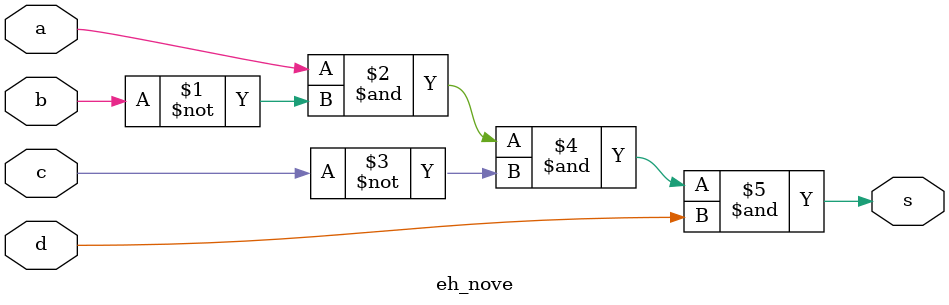
<source format=v>
module eh_nove(a, b, c, d, s);
  input a, b, c, d;
  output s;

  and and0(s, a, ~b, ~c, d);
endmodule
</source>
